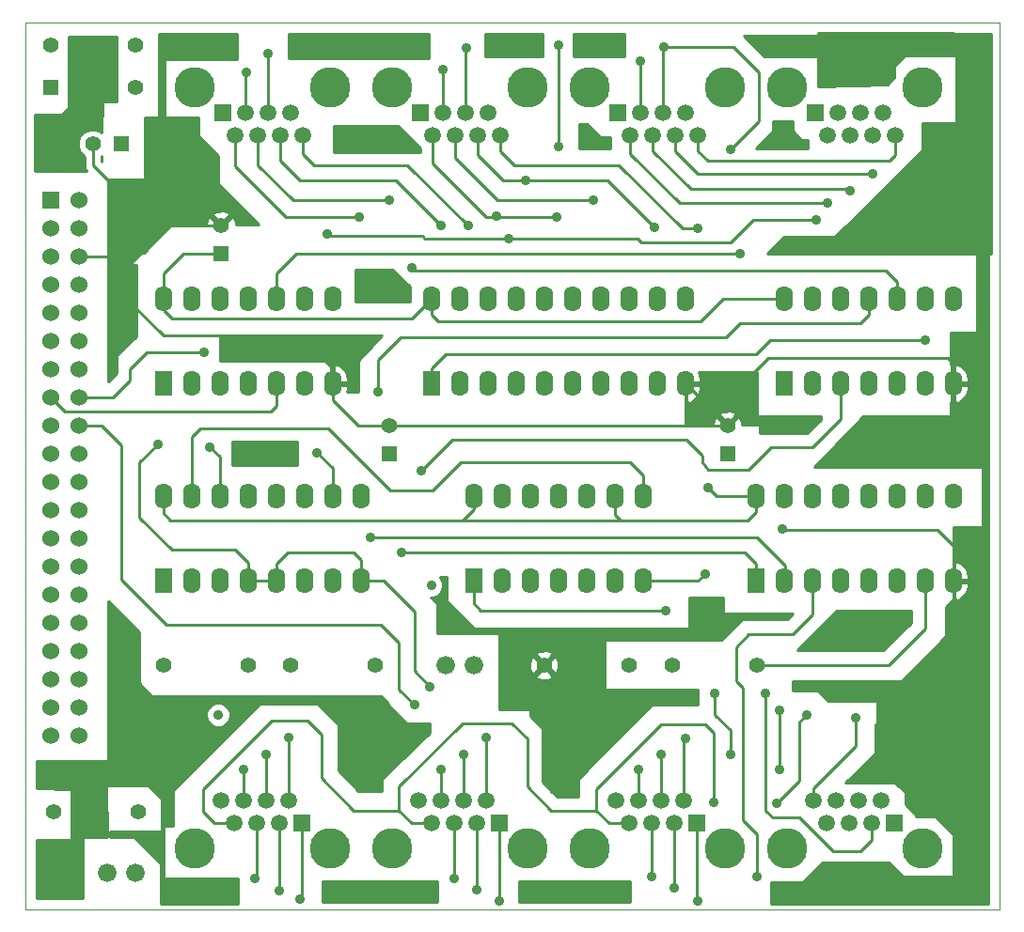
<source format=gtl>
G04 (created by PCBNEW (22-Jun-2014 BZR 4027)-stable) date Cts 25 Nis 2020 13:27:14 +03*
%MOIN*%
G04 Gerber Fmt 3.4, Leading zero omitted, Abs format*
%FSLAX34Y34*%
G01*
G70*
G90*
G04 APERTURE LIST*
%ADD10C,0.00590551*%
%ADD11C,0.00393701*%
%ADD12C,0.055*%
%ADD13R,0.06X0.06*%
%ADD14C,0.06*%
%ADD15R,0.062X0.09*%
%ADD16O,0.062X0.09*%
%ADD17R,0.055X0.055*%
%ADD18C,0.066*%
%ADD19C,0.1437*%
%ADD20R,0.0591X0.0591*%
%ADD21C,0.0591*%
%ADD22C,0.035*%
%ADD23C,0.01*%
G04 APERTURE END LIST*
G54D10*
G54D11*
X7600Y-5200D02*
X7700Y-5200D01*
X7600Y-36650D02*
X7600Y-5200D01*
X42150Y-36650D02*
X7600Y-36650D01*
X42150Y-5200D02*
X42150Y-36650D01*
X7650Y-5200D02*
X42150Y-5200D01*
G54D12*
X8500Y-6000D03*
X11500Y-6000D03*
X29000Y-28000D03*
X26000Y-28000D03*
X33550Y-28000D03*
X30550Y-28000D03*
X17000Y-28000D03*
X20000Y-28000D03*
X8600Y-33200D03*
X11600Y-33200D03*
X15500Y-28000D03*
X12500Y-28000D03*
G54D13*
X8500Y-11500D03*
G54D14*
X9500Y-11500D03*
X8500Y-16500D03*
X9500Y-12500D03*
X8500Y-17500D03*
X9500Y-13500D03*
X8500Y-18500D03*
X9500Y-14500D03*
X8500Y-19500D03*
X9500Y-15500D03*
X8500Y-20500D03*
X9500Y-16500D03*
X8500Y-21500D03*
X9500Y-17500D03*
X8500Y-22500D03*
X9500Y-18500D03*
X8500Y-23500D03*
X9500Y-19500D03*
X8500Y-24500D03*
X9500Y-20500D03*
X8500Y-25500D03*
X9500Y-21500D03*
X8500Y-26500D03*
X9500Y-22500D03*
X9500Y-23500D03*
X8500Y-27500D03*
X9500Y-24500D03*
X9500Y-26500D03*
X9500Y-27500D03*
X9500Y-28500D03*
X9500Y-29500D03*
X8500Y-28500D03*
X8500Y-29500D03*
X8500Y-12500D03*
X8500Y-13500D03*
X8500Y-14500D03*
X8500Y-15500D03*
X8500Y-30500D03*
X9500Y-30500D03*
X9500Y-25500D03*
G54D15*
X22000Y-18000D03*
G54D16*
X23000Y-18000D03*
X24000Y-18000D03*
X25000Y-18000D03*
X26000Y-18000D03*
X27000Y-18000D03*
X28000Y-18000D03*
X29000Y-18000D03*
X30000Y-18000D03*
X31000Y-18000D03*
X31000Y-15000D03*
X30000Y-15000D03*
X29000Y-15000D03*
X28000Y-15000D03*
X27000Y-15000D03*
X26000Y-15000D03*
X25000Y-15000D03*
X24000Y-15000D03*
X23000Y-15000D03*
X22000Y-15000D03*
G54D15*
X33500Y-25000D03*
G54D16*
X34500Y-25000D03*
X35500Y-25000D03*
X36500Y-25000D03*
X37500Y-25000D03*
X38500Y-25000D03*
X39500Y-25000D03*
X40500Y-25000D03*
X40500Y-22000D03*
X39500Y-22000D03*
X38500Y-22000D03*
X37500Y-22000D03*
X36500Y-22000D03*
X35500Y-22000D03*
X34500Y-22000D03*
X33500Y-22000D03*
G54D15*
X12500Y-25000D03*
G54D16*
X13500Y-25000D03*
X14500Y-25000D03*
X15500Y-25000D03*
X16500Y-25000D03*
X17500Y-25000D03*
X18500Y-25000D03*
X19500Y-25000D03*
X19500Y-22000D03*
X18500Y-22000D03*
X17500Y-22000D03*
X16500Y-22000D03*
X15500Y-22000D03*
X14500Y-22000D03*
X13500Y-22000D03*
X12500Y-22000D03*
G54D15*
X34500Y-18000D03*
G54D16*
X35500Y-18000D03*
X36500Y-18000D03*
X37500Y-18000D03*
X38500Y-18000D03*
X39500Y-18000D03*
X40500Y-18000D03*
X40500Y-15000D03*
X39500Y-15000D03*
X38500Y-15000D03*
X37500Y-15000D03*
X36500Y-15000D03*
X35500Y-15000D03*
X34500Y-15000D03*
G54D15*
X23500Y-25000D03*
G54D16*
X24500Y-25000D03*
X25500Y-25000D03*
X26500Y-25000D03*
X27500Y-25000D03*
X28500Y-25000D03*
X29500Y-25000D03*
X29500Y-22000D03*
X28500Y-22000D03*
X27500Y-22000D03*
X26500Y-22000D03*
X25500Y-22000D03*
X24500Y-22000D03*
X23500Y-22000D03*
G54D15*
X12500Y-18000D03*
G54D16*
X13500Y-18000D03*
X14500Y-18000D03*
X15500Y-18000D03*
X16500Y-18000D03*
X17500Y-18000D03*
X18500Y-18000D03*
X18500Y-15000D03*
X17500Y-15000D03*
X16500Y-15000D03*
X15500Y-15000D03*
X14500Y-15000D03*
X13500Y-15000D03*
X12500Y-15000D03*
G54D17*
X8500Y-7500D03*
G54D12*
X11500Y-7500D03*
G54D18*
X11500Y-35350D03*
X10500Y-35350D03*
X22500Y-28000D03*
X23500Y-28000D03*
G54D17*
X11000Y-9500D03*
G54D12*
X10000Y-9500D03*
G54D17*
X20500Y-20500D03*
G54D12*
X20500Y-19500D03*
G54D17*
X32500Y-20500D03*
G54D12*
X32500Y-19500D03*
G54D19*
X34600Y-7500D03*
X39400Y-7500D03*
G54D20*
X35600Y-8400D03*
G54D21*
X36050Y-9200D03*
X36400Y-8400D03*
X36850Y-9200D03*
X37200Y-8400D03*
X37650Y-9200D03*
X38000Y-8400D03*
X38450Y-9200D03*
G54D19*
X27600Y-7500D03*
X32400Y-7500D03*
G54D20*
X28600Y-8400D03*
G54D21*
X29050Y-9200D03*
X29400Y-8400D03*
X29850Y-9200D03*
X30200Y-8400D03*
X30650Y-9200D03*
X31000Y-8400D03*
X31450Y-9200D03*
G54D19*
X20600Y-7500D03*
X25400Y-7500D03*
G54D20*
X21600Y-8400D03*
G54D21*
X22050Y-9200D03*
X22400Y-8400D03*
X22850Y-9200D03*
X23200Y-8400D03*
X23650Y-9200D03*
X24000Y-8400D03*
X24450Y-9200D03*
G54D19*
X13600Y-7500D03*
X18400Y-7500D03*
G54D20*
X14600Y-8400D03*
G54D21*
X15050Y-9200D03*
X15400Y-8400D03*
X15850Y-9200D03*
X16200Y-8400D03*
X16650Y-9200D03*
X17000Y-8400D03*
X17450Y-9200D03*
G54D19*
X39400Y-34500D03*
X34600Y-34500D03*
G54D20*
X38400Y-33600D03*
G54D21*
X37950Y-32800D03*
X37600Y-33600D03*
X37150Y-32800D03*
X36800Y-33600D03*
X36350Y-32800D03*
X36000Y-33600D03*
X35550Y-32800D03*
G54D19*
X32400Y-34500D03*
X27600Y-34500D03*
G54D20*
X31400Y-33600D03*
G54D21*
X30950Y-32800D03*
X30600Y-33600D03*
X30150Y-32800D03*
X29800Y-33600D03*
X29350Y-32800D03*
X29000Y-33600D03*
X28550Y-32800D03*
G54D19*
X25400Y-34500D03*
X20600Y-34500D03*
G54D20*
X24400Y-33600D03*
G54D21*
X23950Y-32800D03*
X23600Y-33600D03*
X23150Y-32800D03*
X22800Y-33600D03*
X22350Y-32800D03*
X22000Y-33600D03*
X21550Y-32800D03*
G54D19*
X18400Y-34500D03*
X13600Y-34500D03*
G54D20*
X17400Y-33600D03*
G54D21*
X16950Y-32800D03*
X16600Y-33600D03*
X16150Y-32800D03*
X15800Y-33600D03*
X15350Y-32800D03*
X15000Y-33600D03*
X14550Y-32800D03*
G54D17*
X14550Y-13400D03*
G54D12*
X14550Y-12400D03*
G54D22*
X22000Y-25150D03*
X24300Y-12050D03*
X19450Y-12100D03*
X26450Y-12100D03*
X36050Y-11600D03*
X26500Y-6000D03*
X26500Y-9600D03*
X15450Y-6950D03*
X22400Y-6850D03*
X29400Y-6550D03*
X20500Y-11500D03*
X27750Y-11500D03*
X36850Y-11150D03*
X32600Y-9700D03*
X16200Y-6300D03*
X23250Y-6100D03*
X30250Y-6050D03*
X25350Y-10800D03*
X29900Y-12450D03*
X22350Y-12400D03*
X37650Y-10550D03*
X35650Y-12200D03*
X24750Y-12850D03*
X18300Y-12700D03*
X23300Y-12400D03*
X31450Y-12500D03*
X17350Y-36300D03*
X24400Y-36350D03*
X31450Y-36350D03*
X16950Y-30550D03*
X23950Y-30550D03*
X31000Y-30600D03*
X16600Y-36000D03*
X23600Y-35950D03*
X33850Y-29000D03*
X30600Y-35900D03*
X16150Y-31150D03*
X23150Y-31150D03*
X32600Y-31150D03*
X32050Y-29000D03*
X30150Y-31150D03*
X15750Y-35550D03*
X22800Y-35550D03*
X33550Y-35500D03*
X29800Y-35500D03*
X15350Y-31700D03*
X22350Y-31700D03*
X34350Y-31700D03*
X34350Y-29600D03*
X29350Y-31700D03*
X34250Y-32900D03*
X35300Y-29750D03*
X32000Y-32850D03*
X37050Y-29850D03*
X14450Y-29750D03*
X34450Y-23150D03*
X31700Y-24750D03*
X10750Y-14550D03*
X12300Y-20150D03*
X21950Y-28750D03*
X21400Y-29400D03*
X20950Y-24000D03*
X19850Y-23450D03*
X17950Y-20450D03*
X20100Y-18300D03*
X21650Y-21100D03*
X14150Y-20250D03*
X13950Y-16900D03*
X39500Y-16450D03*
X32950Y-13400D03*
X30300Y-26050D03*
X21300Y-13900D03*
X31800Y-21700D03*
G54D23*
X24300Y-12050D02*
X24300Y-12100D01*
X15050Y-9200D02*
X15050Y-10300D01*
X16850Y-12100D02*
X19450Y-12100D01*
X15050Y-10300D02*
X16850Y-12100D01*
X22050Y-9200D02*
X22050Y-10200D01*
X23950Y-12100D02*
X24300Y-12100D01*
X24300Y-12100D02*
X26450Y-12100D01*
X22050Y-10200D02*
X23950Y-12100D01*
X29050Y-9200D02*
X29050Y-9850D01*
X30800Y-11600D02*
X36050Y-11600D01*
X29050Y-9850D02*
X30800Y-11600D01*
X26500Y-9600D02*
X26500Y-6000D01*
X15400Y-7000D02*
X15400Y-8400D01*
X15450Y-6950D02*
X15400Y-7000D01*
X22400Y-6850D02*
X22400Y-8400D01*
X29400Y-6550D02*
X29400Y-8400D01*
X15850Y-9200D02*
X15850Y-10250D01*
X17100Y-11500D02*
X20500Y-11500D01*
X15850Y-10250D02*
X17100Y-11500D01*
X22850Y-9200D02*
X22850Y-10000D01*
X24350Y-11500D02*
X27750Y-11500D01*
X22850Y-10000D02*
X24350Y-11500D01*
X29850Y-9200D02*
X29850Y-9750D01*
X36850Y-11100D02*
X36850Y-11150D01*
X31200Y-11100D02*
X36850Y-11100D01*
X29850Y-9750D02*
X31200Y-11100D01*
X32700Y-6050D02*
X30250Y-6050D01*
X33600Y-6950D02*
X32700Y-6050D01*
X33600Y-8700D02*
X33600Y-6950D01*
X32600Y-9700D02*
X33600Y-8700D01*
X16200Y-6300D02*
X16200Y-8400D01*
X23200Y-6150D02*
X23200Y-8400D01*
X23250Y-6100D02*
X23200Y-6150D01*
X30200Y-6100D02*
X30200Y-8400D01*
X30250Y-6050D02*
X30200Y-6100D01*
X25350Y-10800D02*
X25600Y-10800D01*
X25350Y-10800D02*
X25300Y-10800D01*
X24550Y-10800D02*
X25300Y-10800D01*
X25300Y-10800D02*
X25600Y-10800D01*
X25600Y-10800D02*
X25750Y-10800D01*
X25750Y-10800D02*
X28250Y-10800D01*
X28250Y-10800D02*
X29900Y-12450D01*
X16650Y-9200D02*
X16650Y-10100D01*
X20750Y-10800D02*
X22350Y-12400D01*
X17350Y-10800D02*
X20750Y-10800D01*
X16650Y-10100D02*
X17350Y-10800D01*
X23650Y-9200D02*
X23650Y-9900D01*
X23650Y-9900D02*
X24550Y-10800D01*
X30650Y-9200D02*
X30650Y-9750D01*
X31450Y-10550D02*
X37650Y-10550D01*
X30650Y-9750D02*
X31450Y-10550D01*
X24750Y-12850D02*
X29300Y-12850D01*
X33400Y-12200D02*
X35650Y-12200D01*
X32600Y-13000D02*
X33400Y-12200D01*
X29450Y-13000D02*
X32600Y-13000D01*
X29300Y-12850D02*
X29450Y-13000D01*
X21750Y-12850D02*
X24750Y-12850D01*
X21700Y-12750D02*
X21750Y-12850D01*
X18350Y-12750D02*
X21700Y-12750D01*
X18300Y-12700D02*
X18350Y-12750D01*
X17450Y-9200D02*
X17450Y-9850D01*
X21150Y-10250D02*
X23300Y-12400D01*
X17850Y-10250D02*
X21150Y-10250D01*
X17450Y-9850D02*
X17850Y-10250D01*
X24450Y-9200D02*
X24450Y-9750D01*
X24450Y-9750D02*
X24950Y-10250D01*
X24950Y-10250D02*
X28650Y-10250D01*
X28650Y-10250D02*
X30900Y-12500D01*
X30900Y-12500D02*
X31450Y-12500D01*
X31450Y-9200D02*
X31450Y-9750D01*
X38450Y-9900D02*
X38450Y-9200D01*
X38250Y-10100D02*
X38450Y-9900D01*
X31800Y-10100D02*
X38250Y-10100D01*
X31450Y-9750D02*
X31800Y-10100D01*
X17400Y-36250D02*
X17400Y-33600D01*
X17350Y-36300D02*
X17400Y-36250D01*
X24400Y-36350D02*
X24400Y-33600D01*
X31400Y-36300D02*
X31400Y-33600D01*
X31450Y-36350D02*
X31400Y-36300D01*
X16950Y-30550D02*
X16950Y-32800D01*
X23950Y-30550D02*
X23950Y-32800D01*
X30950Y-32800D02*
X30950Y-30650D01*
X30950Y-30650D02*
X31000Y-30600D01*
X16600Y-36000D02*
X16600Y-33600D01*
X23600Y-35950D02*
X23600Y-33600D01*
X33850Y-29000D02*
X33850Y-33150D01*
X33850Y-33150D02*
X34100Y-33400D01*
X34100Y-33400D02*
X35050Y-33400D01*
X35050Y-33400D02*
X36250Y-34600D01*
X36250Y-34600D02*
X37200Y-34600D01*
X37200Y-34600D02*
X37600Y-34200D01*
X37600Y-34200D02*
X37600Y-33600D01*
X30600Y-35900D02*
X30600Y-33600D01*
X16150Y-31150D02*
X16150Y-32800D01*
X23150Y-31150D02*
X23150Y-32800D01*
X32050Y-29000D02*
X32050Y-29750D01*
X32050Y-29750D02*
X32600Y-30300D01*
X32600Y-30300D02*
X32600Y-31150D01*
X30150Y-32800D02*
X30150Y-31150D01*
X15800Y-35500D02*
X15800Y-33600D01*
X15750Y-35550D02*
X15800Y-35500D01*
X22800Y-35550D02*
X22800Y-33600D01*
X33050Y-29350D02*
X33050Y-28800D01*
X33550Y-34000D02*
X33550Y-35500D01*
X33050Y-33500D02*
X33550Y-34000D01*
X33050Y-29350D02*
X33050Y-33500D01*
X35500Y-26200D02*
X35500Y-25000D01*
X34800Y-26900D02*
X35500Y-26200D01*
X33250Y-26900D02*
X34800Y-26900D01*
X32800Y-27350D02*
X33250Y-26900D01*
X32800Y-28550D02*
X32800Y-27350D01*
X33050Y-28800D02*
X32800Y-28550D01*
X29800Y-35500D02*
X29800Y-33600D01*
X15350Y-31700D02*
X15350Y-32800D01*
X22350Y-31700D02*
X22350Y-32800D01*
X34350Y-29600D02*
X34350Y-31700D01*
X29350Y-32800D02*
X29350Y-31700D01*
X20850Y-33150D02*
X19250Y-33150D01*
X14300Y-33600D02*
X15000Y-33600D01*
X13900Y-33200D02*
X14300Y-33600D01*
X13900Y-32400D02*
X13900Y-33200D01*
X16350Y-29950D02*
X13900Y-32400D01*
X17600Y-29950D02*
X16350Y-29950D01*
X18100Y-30450D02*
X17600Y-29950D01*
X18100Y-32000D02*
X18100Y-30450D01*
X19250Y-33150D02*
X18100Y-32000D01*
X27850Y-33150D02*
X26250Y-33150D01*
X21300Y-33600D02*
X22000Y-33600D01*
X20850Y-33150D02*
X21300Y-33600D01*
X20850Y-32300D02*
X20850Y-33150D01*
X23100Y-30050D02*
X20850Y-32300D01*
X24850Y-30050D02*
X23100Y-30050D01*
X25400Y-30600D02*
X24850Y-30050D01*
X25400Y-32300D02*
X25400Y-30600D01*
X26250Y-33150D02*
X25400Y-32300D01*
X35050Y-32100D02*
X34250Y-32900D01*
X35050Y-30000D02*
X35050Y-32100D01*
X35300Y-29750D02*
X35050Y-30000D01*
X28300Y-33600D02*
X29000Y-33600D01*
X27850Y-33150D02*
X28300Y-33600D01*
X27850Y-32400D02*
X27850Y-33150D01*
X30150Y-30100D02*
X27850Y-32400D01*
X31700Y-30100D02*
X30150Y-30100D01*
X32000Y-30400D02*
X31700Y-30100D01*
X32000Y-31300D02*
X32000Y-30400D01*
X32000Y-32850D02*
X32000Y-31300D01*
X35550Y-32350D02*
X35550Y-32800D01*
X36900Y-31000D02*
X35550Y-32350D01*
X37050Y-30850D02*
X36900Y-31000D01*
X37050Y-29850D02*
X37050Y-30850D01*
X29500Y-25000D02*
X31450Y-25000D01*
X40500Y-23750D02*
X40500Y-25000D01*
X39950Y-23200D02*
X40500Y-23750D01*
X34500Y-23200D02*
X39950Y-23200D01*
X34450Y-23150D02*
X34500Y-23200D01*
X31450Y-25000D02*
X31700Y-24750D01*
X10750Y-13350D02*
X11800Y-13350D01*
X12750Y-12400D02*
X14550Y-12400D01*
X11800Y-13350D02*
X12750Y-12400D01*
X15500Y-25000D02*
X15500Y-24350D01*
X11650Y-20800D02*
X12300Y-20150D01*
X11650Y-22750D02*
X11650Y-20800D01*
X12800Y-23900D02*
X11650Y-22750D01*
X15050Y-23900D02*
X12800Y-23900D01*
X15500Y-24350D02*
X15050Y-23900D01*
X18500Y-18000D02*
X18500Y-18600D01*
X19400Y-19500D02*
X20500Y-19500D01*
X18500Y-18600D02*
X19400Y-19500D01*
X20500Y-19500D02*
X32500Y-19500D01*
X31000Y-18000D02*
X32500Y-19500D01*
X40500Y-18000D02*
X40500Y-17300D01*
X33050Y-18000D02*
X31000Y-18000D01*
X33950Y-17100D02*
X33050Y-18000D01*
X40300Y-17100D02*
X33950Y-17100D01*
X40500Y-17300D02*
X40300Y-17100D01*
X19500Y-25000D02*
X19500Y-24250D01*
X16500Y-24400D02*
X16500Y-25000D01*
X16900Y-24000D02*
X16500Y-24400D01*
X19250Y-24000D02*
X16900Y-24000D01*
X19500Y-24250D02*
X19250Y-24000D01*
X16500Y-25000D02*
X15500Y-25000D01*
X20300Y-25000D02*
X19500Y-25000D01*
X21400Y-26100D02*
X20300Y-25000D01*
X21400Y-28200D02*
X21400Y-26100D01*
X21950Y-28750D02*
X21400Y-28200D01*
X18500Y-18000D02*
X18500Y-17450D01*
X18500Y-17450D02*
X18150Y-17100D01*
X18150Y-17100D02*
X17350Y-16300D01*
X17350Y-16300D02*
X12500Y-16300D01*
X12500Y-16300D02*
X10750Y-14550D01*
X10750Y-14550D02*
X10750Y-13350D01*
X10750Y-13350D02*
X10750Y-13300D01*
X9500Y-13500D02*
X10550Y-13500D01*
X10000Y-10250D02*
X10000Y-9500D01*
X10750Y-11000D02*
X10000Y-10250D01*
X10750Y-13300D02*
X10750Y-11000D01*
X10550Y-13500D02*
X10750Y-13300D01*
X10300Y-19500D02*
X9500Y-19500D01*
X11000Y-20200D02*
X10300Y-19500D01*
X11000Y-24950D02*
X11000Y-20200D01*
X12600Y-26550D02*
X11000Y-24950D01*
X20200Y-26550D02*
X12600Y-26550D01*
X20850Y-27200D02*
X20200Y-26550D01*
X20850Y-28850D02*
X20850Y-27200D01*
X21400Y-29400D02*
X20850Y-28850D01*
X33500Y-25000D02*
X33500Y-24400D01*
X33100Y-24000D02*
X20950Y-24000D01*
X33500Y-24400D02*
X33100Y-24000D01*
X34500Y-25000D02*
X34545Y-24449D01*
X33550Y-23450D02*
X19850Y-23450D01*
X34545Y-24449D02*
X33550Y-23450D01*
X39500Y-25000D02*
X39500Y-26700D01*
X38200Y-28000D02*
X33550Y-28000D01*
X39500Y-26700D02*
X38200Y-28000D01*
X22050Y-16350D02*
X20900Y-16350D01*
X18500Y-21000D02*
X18500Y-22000D01*
X17950Y-20450D02*
X18500Y-21000D01*
X20100Y-17150D02*
X20100Y-18300D01*
X20900Y-16350D02*
X20100Y-17150D01*
X37500Y-15000D02*
X37500Y-15550D01*
X32450Y-16350D02*
X22050Y-16350D01*
X22050Y-16350D02*
X22000Y-16350D01*
X32950Y-15850D02*
X32450Y-16350D01*
X37200Y-15850D02*
X32950Y-15850D01*
X37500Y-15550D02*
X37200Y-15850D01*
X21650Y-21100D02*
X22750Y-20000D01*
X22750Y-20000D02*
X31050Y-20000D01*
X31050Y-20000D02*
X31600Y-20550D01*
X31600Y-20550D02*
X31600Y-20800D01*
X31800Y-21050D02*
X31600Y-20800D01*
X31800Y-21050D02*
X33250Y-21050D01*
X36500Y-19250D02*
X36500Y-18000D01*
X35500Y-20250D02*
X36500Y-19250D01*
X34050Y-20250D02*
X35500Y-20250D01*
X33250Y-21050D02*
X34050Y-20250D01*
X31800Y-21050D02*
X31800Y-21050D01*
X14500Y-20600D02*
X14500Y-22000D01*
X14150Y-20250D02*
X14500Y-20600D01*
X13500Y-22000D02*
X13500Y-20350D01*
X29500Y-21250D02*
X29500Y-22000D01*
X29050Y-20800D02*
X29500Y-21250D01*
X23050Y-20800D02*
X29050Y-20800D01*
X22050Y-21800D02*
X23050Y-20800D01*
X20550Y-21800D02*
X22050Y-21800D01*
X18350Y-19600D02*
X20550Y-21800D01*
X13500Y-19900D02*
X13800Y-19600D01*
X13800Y-19600D02*
X18350Y-19600D01*
X13500Y-20350D02*
X13500Y-19900D01*
X8500Y-18500D02*
X9000Y-19000D01*
X16500Y-18800D02*
X16500Y-18000D01*
X16300Y-19000D02*
X16500Y-18800D01*
X9000Y-19000D02*
X16300Y-19000D01*
X9500Y-18500D02*
X10700Y-18500D01*
X11900Y-16900D02*
X13950Y-16900D01*
X11300Y-17500D02*
X11900Y-16900D01*
X11300Y-17900D02*
X11300Y-17500D01*
X10700Y-18500D02*
X11300Y-17900D01*
X22000Y-18000D02*
X22000Y-17450D01*
X34000Y-16450D02*
X39500Y-16450D01*
X33500Y-16950D02*
X34000Y-16450D01*
X22500Y-16950D02*
X33500Y-16950D01*
X22000Y-17450D02*
X22500Y-16950D01*
X16500Y-14100D02*
X17200Y-13400D01*
X17200Y-13400D02*
X30450Y-13400D01*
X30450Y-13400D02*
X32000Y-13400D01*
X32000Y-13400D02*
X32950Y-13400D01*
X16500Y-15000D02*
X16500Y-14100D01*
X23500Y-25800D02*
X23500Y-25000D01*
X23750Y-26050D02*
X23500Y-25800D01*
X30300Y-26050D02*
X23750Y-26050D01*
X30500Y-14000D02*
X38100Y-14000D01*
X21300Y-13900D02*
X21400Y-14000D01*
X21400Y-14000D02*
X30500Y-14000D01*
X38500Y-14400D02*
X38500Y-15000D01*
X38100Y-14000D02*
X38500Y-14400D01*
X12500Y-15000D02*
X12500Y-14100D01*
X13200Y-13400D02*
X14550Y-13400D01*
X12500Y-14100D02*
X13200Y-13400D01*
X33500Y-22000D02*
X32100Y-22000D01*
X32100Y-22000D02*
X31800Y-21700D01*
X28500Y-22000D02*
X28500Y-22650D01*
X28700Y-22850D02*
X28750Y-22850D01*
X28500Y-22650D02*
X28700Y-22850D01*
X23100Y-22850D02*
X28750Y-22850D01*
X28750Y-22850D02*
X33200Y-22850D01*
X33500Y-22550D02*
X33500Y-22000D01*
X33200Y-22850D02*
X33500Y-22550D01*
X12500Y-22000D02*
X12500Y-22600D01*
X23500Y-22450D02*
X23500Y-22000D01*
X23100Y-22850D02*
X23500Y-22450D01*
X23100Y-22850D02*
X23100Y-22850D01*
X12750Y-22850D02*
X23100Y-22850D01*
X12500Y-22600D02*
X12750Y-22850D01*
X22000Y-15000D02*
X22000Y-15550D01*
X22000Y-15550D02*
X22250Y-15800D01*
X22250Y-15800D02*
X31550Y-15800D01*
X31550Y-15800D02*
X32350Y-15000D01*
X32350Y-15000D02*
X34500Y-15000D01*
X12500Y-15000D02*
X12500Y-15400D01*
X12500Y-15400D02*
X12800Y-15700D01*
X20550Y-15700D02*
X21300Y-15700D01*
X12800Y-15700D02*
X20550Y-15700D01*
X21300Y-15700D02*
X22000Y-15000D01*
G54D10*
G36*
X10312Y-9929D02*
X10308Y-10134D01*
X10300Y-10125D01*
X10300Y-9942D01*
X10312Y-9929D01*
X10312Y-9929D01*
G37*
G54D23*
X10312Y-9929D02*
X10308Y-10134D01*
X10300Y-10125D01*
X10300Y-9942D01*
X10312Y-9929D01*
G54D10*
G36*
X10850Y-8000D02*
X10350Y-8000D01*
X10329Y-9086D01*
X10297Y-9055D01*
X10104Y-8975D01*
X9896Y-8974D01*
X9703Y-9054D01*
X9555Y-9202D01*
X9475Y-9395D01*
X9474Y-9603D01*
X9554Y-9797D01*
X9700Y-9942D01*
X9700Y-10250D01*
X9722Y-10364D01*
X9779Y-10450D01*
X7950Y-10450D01*
X7950Y-8450D01*
X8920Y-8450D01*
X9150Y-8220D01*
X9150Y-5700D01*
X10850Y-5700D01*
X10850Y-8000D01*
X10850Y-8000D01*
G37*
G54D23*
X10850Y-8000D02*
X10350Y-8000D01*
X10329Y-9086D01*
X10297Y-9055D01*
X10104Y-8975D01*
X9896Y-8974D01*
X9703Y-9054D01*
X9555Y-9202D01*
X9475Y-9395D01*
X9474Y-9603D01*
X9554Y-9797D01*
X9700Y-9942D01*
X9700Y-10250D01*
X9722Y-10364D01*
X9779Y-10450D01*
X7950Y-10450D01*
X7950Y-8450D01*
X8920Y-8450D01*
X9150Y-8220D01*
X9150Y-5700D01*
X10850Y-5700D01*
X10850Y-8000D01*
G54D10*
G36*
X15879Y-12350D02*
X15073Y-12350D01*
X15068Y-12267D01*
X15010Y-12127D01*
X14917Y-12102D01*
X14847Y-12173D01*
X14847Y-12032D01*
X14822Y-11939D01*
X14625Y-11870D01*
X14417Y-11881D01*
X14277Y-11939D01*
X14252Y-12032D01*
X14550Y-12329D01*
X14847Y-12032D01*
X14847Y-12173D01*
X14670Y-12350D01*
X14429Y-12350D01*
X14182Y-12102D01*
X14089Y-12127D01*
X14020Y-12324D01*
X14021Y-12350D01*
X12729Y-12350D01*
X11764Y-13314D01*
X11279Y-13800D01*
X11550Y-13800D01*
X11550Y-16328D01*
X10850Y-16978D01*
X10850Y-17629D01*
X10550Y-17929D01*
X10550Y-13750D01*
X10550Y-10750D01*
X11850Y-10750D01*
X11850Y-8550D01*
X12350Y-8550D01*
X12350Y-6550D01*
X12350Y-5600D01*
X15100Y-5600D01*
X15100Y-6500D01*
X12550Y-6500D01*
X12550Y-8550D01*
X13750Y-8550D01*
X13750Y-9220D01*
X14450Y-9920D01*
X14450Y-10920D01*
X15879Y-12350D01*
X15879Y-12350D01*
G37*
G54D23*
X15879Y-12350D02*
X15073Y-12350D01*
X15068Y-12267D01*
X15010Y-12127D01*
X14917Y-12102D01*
X14847Y-12173D01*
X14847Y-12032D01*
X14822Y-11939D01*
X14625Y-11870D01*
X14417Y-11881D01*
X14277Y-11939D01*
X14252Y-12032D01*
X14550Y-12329D01*
X14847Y-12032D01*
X14847Y-12173D01*
X14670Y-12350D01*
X14429Y-12350D01*
X14182Y-12102D01*
X14089Y-12127D01*
X14020Y-12324D01*
X14021Y-12350D01*
X12729Y-12350D01*
X11764Y-13314D01*
X11279Y-13800D01*
X11550Y-13800D01*
X11550Y-16328D01*
X10850Y-16978D01*
X10850Y-17629D01*
X10550Y-17929D01*
X10550Y-13750D01*
X10550Y-10750D01*
X11850Y-10750D01*
X11850Y-8550D01*
X12350Y-8550D01*
X12350Y-6550D01*
X12350Y-5600D01*
X15100Y-5600D01*
X15100Y-6500D01*
X12550Y-6500D01*
X12550Y-8550D01*
X13750Y-8550D01*
X13750Y-9220D01*
X14450Y-9920D01*
X14450Y-10920D01*
X15879Y-12350D01*
G54D10*
G36*
X41850Y-13400D02*
X41750Y-13400D01*
X41750Y-19100D01*
X41750Y-21000D01*
X41750Y-30050D01*
X41750Y-36450D01*
X41060Y-36450D01*
X41060Y-25190D01*
X41060Y-25050D01*
X41060Y-24950D01*
X41060Y-24810D01*
X40998Y-24599D01*
X40860Y-24428D01*
X40668Y-24323D01*
X40636Y-24316D01*
X40550Y-24365D01*
X40550Y-24950D01*
X41060Y-24950D01*
X41060Y-25050D01*
X40550Y-25050D01*
X40550Y-25634D01*
X40636Y-25683D01*
X40668Y-25676D01*
X40860Y-25571D01*
X40998Y-25400D01*
X41060Y-25190D01*
X41060Y-36450D01*
X40450Y-36450D01*
X34050Y-36450D01*
X34050Y-35700D01*
X35170Y-35700D01*
X35870Y-35000D01*
X38229Y-35000D01*
X38729Y-35500D01*
X40500Y-35500D01*
X40500Y-33979D01*
X39870Y-33350D01*
X39220Y-33350D01*
X38800Y-32929D01*
X38800Y-32475D01*
X38533Y-32262D01*
X38420Y-32150D01*
X36674Y-32150D01*
X37750Y-31121D01*
X37750Y-30100D01*
X37800Y-30100D01*
X37800Y-29250D01*
X36070Y-29250D01*
X35720Y-28900D01*
X34800Y-28900D01*
X34800Y-28550D01*
X38670Y-28550D01*
X40250Y-26970D01*
X40250Y-25920D01*
X40500Y-25670D01*
X40500Y-23100D01*
X41550Y-23100D01*
X41550Y-20950D01*
X41060Y-20950D01*
X41060Y-18190D01*
X41060Y-18050D01*
X41060Y-17950D01*
X41060Y-17810D01*
X40998Y-17599D01*
X40860Y-17428D01*
X40668Y-17323D01*
X40636Y-17316D01*
X40550Y-17365D01*
X40550Y-17950D01*
X41060Y-17950D01*
X41060Y-18050D01*
X40550Y-18050D01*
X40550Y-18634D01*
X40636Y-18683D01*
X40668Y-18676D01*
X40860Y-18571D01*
X40998Y-18400D01*
X41060Y-18190D01*
X41060Y-20950D01*
X35568Y-20950D01*
X37321Y-19150D01*
X40400Y-19150D01*
X40400Y-18662D01*
X40450Y-18634D01*
X40450Y-18050D01*
X40442Y-18050D01*
X40442Y-17950D01*
X40450Y-17950D01*
X40450Y-17365D01*
X40400Y-17337D01*
X40400Y-16200D01*
X41350Y-16200D01*
X41350Y-13400D01*
X33920Y-13400D01*
X34520Y-12800D01*
X36320Y-12800D01*
X39400Y-9720D01*
X39400Y-8750D01*
X40600Y-8750D01*
X40600Y-6350D01*
X38779Y-6350D01*
X38400Y-6729D01*
X38400Y-7131D01*
X38176Y-7400D01*
X35700Y-7449D01*
X35700Y-6400D01*
X33820Y-6400D01*
X33070Y-5650D01*
X35700Y-5650D01*
X35700Y-5550D01*
X40500Y-5550D01*
X40500Y-5600D01*
X41850Y-5600D01*
X41850Y-13400D01*
X41850Y-13400D01*
G37*
G54D23*
X41850Y-13400D02*
X41750Y-13400D01*
X41750Y-19100D01*
X41750Y-21000D01*
X41750Y-30050D01*
X41750Y-36450D01*
X41060Y-36450D01*
X41060Y-25190D01*
X41060Y-25050D01*
X41060Y-24950D01*
X41060Y-24810D01*
X40998Y-24599D01*
X40860Y-24428D01*
X40668Y-24323D01*
X40636Y-24316D01*
X40550Y-24365D01*
X40550Y-24950D01*
X41060Y-24950D01*
X41060Y-25050D01*
X40550Y-25050D01*
X40550Y-25634D01*
X40636Y-25683D01*
X40668Y-25676D01*
X40860Y-25571D01*
X40998Y-25400D01*
X41060Y-25190D01*
X41060Y-36450D01*
X40450Y-36450D01*
X34050Y-36450D01*
X34050Y-35700D01*
X35170Y-35700D01*
X35870Y-35000D01*
X38229Y-35000D01*
X38729Y-35500D01*
X40500Y-35500D01*
X40500Y-33979D01*
X39870Y-33350D01*
X39220Y-33350D01*
X38800Y-32929D01*
X38800Y-32475D01*
X38533Y-32262D01*
X38420Y-32150D01*
X36674Y-32150D01*
X37750Y-31121D01*
X37750Y-30100D01*
X37800Y-30100D01*
X37800Y-29250D01*
X36070Y-29250D01*
X35720Y-28900D01*
X34800Y-28900D01*
X34800Y-28550D01*
X38670Y-28550D01*
X40250Y-26970D01*
X40250Y-25920D01*
X40500Y-25670D01*
X40500Y-23100D01*
X41550Y-23100D01*
X41550Y-20950D01*
X41060Y-20950D01*
X41060Y-18190D01*
X41060Y-18050D01*
X41060Y-17950D01*
X41060Y-17810D01*
X40998Y-17599D01*
X40860Y-17428D01*
X40668Y-17323D01*
X40636Y-17316D01*
X40550Y-17365D01*
X40550Y-17950D01*
X41060Y-17950D01*
X41060Y-18050D01*
X40550Y-18050D01*
X40550Y-18634D01*
X40636Y-18683D01*
X40668Y-18676D01*
X40860Y-18571D01*
X40998Y-18400D01*
X41060Y-18190D01*
X41060Y-20950D01*
X35568Y-20950D01*
X37321Y-19150D01*
X40400Y-19150D01*
X40400Y-18662D01*
X40450Y-18634D01*
X40450Y-18050D01*
X40442Y-18050D01*
X40442Y-17950D01*
X40450Y-17950D01*
X40450Y-17365D01*
X40400Y-17337D01*
X40400Y-16200D01*
X41350Y-16200D01*
X41350Y-13400D01*
X33920Y-13400D01*
X34520Y-12800D01*
X36320Y-12800D01*
X39400Y-9720D01*
X39400Y-8750D01*
X40600Y-8750D01*
X40600Y-6350D01*
X38779Y-6350D01*
X38400Y-6729D01*
X38400Y-7131D01*
X38176Y-7400D01*
X35700Y-7449D01*
X35700Y-6400D01*
X33820Y-6400D01*
X33070Y-5650D01*
X35700Y-5650D01*
X35700Y-5550D01*
X40500Y-5550D01*
X40500Y-5600D01*
X41850Y-5600D01*
X41850Y-13400D01*
G54D10*
G36*
X35800Y-19279D02*
X35329Y-19750D01*
X33650Y-19750D01*
X33650Y-19449D01*
X33023Y-19460D01*
X33018Y-19367D01*
X32960Y-19227D01*
X32867Y-19202D01*
X32797Y-19273D01*
X32797Y-19132D01*
X32772Y-19039D01*
X32575Y-18970D01*
X32367Y-18981D01*
X32227Y-19039D01*
X32202Y-19132D01*
X32500Y-19429D01*
X32797Y-19132D01*
X32797Y-19273D01*
X32601Y-19468D01*
X32401Y-19472D01*
X32132Y-19202D01*
X32039Y-19227D01*
X31970Y-19424D01*
X31973Y-19480D01*
X31560Y-19488D01*
X31560Y-18190D01*
X31560Y-18050D01*
X31050Y-18050D01*
X31050Y-18634D01*
X31136Y-18683D01*
X31168Y-18676D01*
X31360Y-18571D01*
X31498Y-18400D01*
X31560Y-18190D01*
X31560Y-19488D01*
X31000Y-19499D01*
X31000Y-17942D01*
X31050Y-17942D01*
X31050Y-17950D01*
X31560Y-17950D01*
X31560Y-17810D01*
X31498Y-17600D01*
X33550Y-17600D01*
X33550Y-19150D01*
X35800Y-19150D01*
X35800Y-19279D01*
X35800Y-19279D01*
G37*
G54D23*
X35800Y-19279D02*
X35329Y-19750D01*
X33650Y-19750D01*
X33650Y-19449D01*
X33023Y-19460D01*
X33018Y-19367D01*
X32960Y-19227D01*
X32867Y-19202D01*
X32797Y-19273D01*
X32797Y-19132D01*
X32772Y-19039D01*
X32575Y-18970D01*
X32367Y-18981D01*
X32227Y-19039D01*
X32202Y-19132D01*
X32500Y-19429D01*
X32797Y-19132D01*
X32797Y-19273D01*
X32601Y-19468D01*
X32401Y-19472D01*
X32132Y-19202D01*
X32039Y-19227D01*
X31970Y-19424D01*
X31973Y-19480D01*
X31560Y-19488D01*
X31560Y-18190D01*
X31560Y-18050D01*
X31050Y-18050D01*
X31050Y-18634D01*
X31136Y-18683D01*
X31168Y-18676D01*
X31360Y-18571D01*
X31498Y-18400D01*
X31560Y-18190D01*
X31560Y-19488D01*
X31000Y-19499D01*
X31000Y-17942D01*
X31050Y-17942D01*
X31050Y-17950D01*
X31560Y-17950D01*
X31560Y-17810D01*
X31498Y-17600D01*
X33550Y-17600D01*
X33550Y-19150D01*
X35800Y-19150D01*
X35800Y-19279D01*
G54D10*
G36*
X17250Y-20900D02*
X14950Y-20900D01*
X14950Y-20050D01*
X17250Y-20050D01*
X17250Y-20900D01*
X17250Y-20900D01*
G37*
G54D23*
X17250Y-20900D02*
X14950Y-20900D01*
X14950Y-20050D01*
X17250Y-20050D01*
X17250Y-20900D01*
G54D10*
G36*
X21950Y-30378D02*
X20250Y-32028D01*
X20250Y-32450D01*
X19420Y-32450D01*
X18700Y-31729D01*
X18700Y-30079D01*
X17970Y-29350D01*
X15929Y-29350D01*
X14875Y-30404D01*
X14875Y-29665D01*
X14810Y-29509D01*
X14691Y-29389D01*
X14534Y-29325D01*
X14365Y-29324D01*
X14209Y-29389D01*
X14089Y-29508D01*
X14025Y-29665D01*
X14024Y-29834D01*
X14089Y-29990D01*
X14208Y-30110D01*
X14365Y-30174D01*
X14534Y-30175D01*
X14690Y-30110D01*
X14810Y-29991D01*
X14874Y-29834D01*
X14875Y-29665D01*
X14875Y-30404D01*
X12850Y-32429D01*
X12850Y-33700D01*
X12500Y-33700D01*
X12500Y-35550D01*
X15150Y-35550D01*
X15150Y-36450D01*
X12400Y-36450D01*
X12400Y-35029D01*
X11470Y-34100D01*
X10600Y-34100D01*
X10600Y-33900D01*
X12450Y-33900D01*
X12450Y-32729D01*
X11970Y-32250D01*
X10466Y-32250D01*
X10499Y-34100D01*
X9650Y-34100D01*
X9650Y-36250D01*
X8000Y-36250D01*
X8000Y-34200D01*
X9250Y-34200D01*
X9250Y-32401D01*
X8000Y-32351D01*
X8000Y-31400D01*
X10550Y-31400D01*
X10550Y-25720D01*
X11650Y-26820D01*
X11650Y-28619D01*
X12077Y-29100D01*
X20229Y-29100D01*
X20479Y-29350D01*
X20429Y-29350D01*
X21129Y-30050D01*
X21950Y-30050D01*
X21950Y-30378D01*
X21950Y-30378D01*
G37*
G54D23*
X21950Y-30378D02*
X20250Y-32028D01*
X20250Y-32450D01*
X19420Y-32450D01*
X18700Y-31729D01*
X18700Y-30079D01*
X17970Y-29350D01*
X15929Y-29350D01*
X14875Y-30404D01*
X14875Y-29665D01*
X14810Y-29509D01*
X14691Y-29389D01*
X14534Y-29325D01*
X14365Y-29324D01*
X14209Y-29389D01*
X14089Y-29508D01*
X14025Y-29665D01*
X14024Y-29834D01*
X14089Y-29990D01*
X14208Y-30110D01*
X14365Y-30174D01*
X14534Y-30175D01*
X14690Y-30110D01*
X14810Y-29991D01*
X14874Y-29834D01*
X14875Y-29665D01*
X14875Y-30404D01*
X12850Y-32429D01*
X12850Y-33700D01*
X12500Y-33700D01*
X12500Y-35550D01*
X15150Y-35550D01*
X15150Y-36450D01*
X12400Y-36450D01*
X12400Y-35029D01*
X11470Y-34100D01*
X10600Y-34100D01*
X10600Y-33900D01*
X12450Y-33900D01*
X12450Y-32729D01*
X11970Y-32250D01*
X10466Y-32250D01*
X10499Y-34100D01*
X9650Y-34100D01*
X9650Y-36250D01*
X8000Y-36250D01*
X8000Y-34200D01*
X9250Y-34200D01*
X9250Y-32401D01*
X8000Y-32351D01*
X8000Y-31400D01*
X10550Y-31400D01*
X10550Y-25720D01*
X11650Y-26820D01*
X11650Y-28619D01*
X12077Y-29100D01*
X20229Y-29100D01*
X20479Y-29350D01*
X20429Y-29350D01*
X21129Y-30050D01*
X21950Y-30050D01*
X21950Y-30378D01*
G54D10*
G36*
X34829Y-26150D02*
X34629Y-26350D01*
X33029Y-26350D01*
X32814Y-26564D01*
X32279Y-27100D01*
X28150Y-27100D01*
X28150Y-28850D01*
X31450Y-28850D01*
X31450Y-29400D01*
X29829Y-29400D01*
X27200Y-32029D01*
X27200Y-32650D01*
X26529Y-32650D01*
X26529Y-28075D01*
X26518Y-27867D01*
X26460Y-27727D01*
X26367Y-27702D01*
X26297Y-27773D01*
X26297Y-27632D01*
X26272Y-27539D01*
X26075Y-27470D01*
X25867Y-27481D01*
X25727Y-27539D01*
X25702Y-27632D01*
X26000Y-27929D01*
X26297Y-27632D01*
X26297Y-27773D01*
X26070Y-28000D01*
X26367Y-28297D01*
X26460Y-28272D01*
X26529Y-28075D01*
X26529Y-32650D01*
X26470Y-32650D01*
X26297Y-32476D01*
X26297Y-28367D01*
X26000Y-28070D01*
X25929Y-28141D01*
X25929Y-28000D01*
X25632Y-27702D01*
X25539Y-27727D01*
X25470Y-27924D01*
X25481Y-28132D01*
X25539Y-28272D01*
X25632Y-28297D01*
X25929Y-28000D01*
X25929Y-28141D01*
X25702Y-28367D01*
X25727Y-28460D01*
X25924Y-28529D01*
X26132Y-28518D01*
X26272Y-28460D01*
X26297Y-28367D01*
X26297Y-32476D01*
X25950Y-32129D01*
X25950Y-30229D01*
X25500Y-29779D01*
X25500Y-29550D01*
X24400Y-29550D01*
X24400Y-26850D01*
X22200Y-26850D01*
X22200Y-25779D01*
X21995Y-25574D01*
X22084Y-25575D01*
X22240Y-25510D01*
X22360Y-25391D01*
X22424Y-25234D01*
X22425Y-25065D01*
X22360Y-24909D01*
X22301Y-24850D01*
X22550Y-24850D01*
X22550Y-25720D01*
X23529Y-26700D01*
X31150Y-26700D01*
X31150Y-25600D01*
X32350Y-25600D01*
X32350Y-26150D01*
X34829Y-26150D01*
X34829Y-26150D01*
G37*
G54D23*
X34829Y-26150D02*
X34629Y-26350D01*
X33029Y-26350D01*
X32814Y-26564D01*
X32279Y-27100D01*
X28150Y-27100D01*
X28150Y-28850D01*
X31450Y-28850D01*
X31450Y-29400D01*
X29829Y-29400D01*
X27200Y-32029D01*
X27200Y-32650D01*
X26529Y-32650D01*
X26529Y-28075D01*
X26518Y-27867D01*
X26460Y-27727D01*
X26367Y-27702D01*
X26297Y-27773D01*
X26297Y-27632D01*
X26272Y-27539D01*
X26075Y-27470D01*
X25867Y-27481D01*
X25727Y-27539D01*
X25702Y-27632D01*
X26000Y-27929D01*
X26297Y-27632D01*
X26297Y-27773D01*
X26070Y-28000D01*
X26367Y-28297D01*
X26460Y-28272D01*
X26529Y-28075D01*
X26529Y-32650D01*
X26470Y-32650D01*
X26297Y-32476D01*
X26297Y-28367D01*
X26000Y-28070D01*
X25929Y-28141D01*
X25929Y-28000D01*
X25632Y-27702D01*
X25539Y-27727D01*
X25470Y-27924D01*
X25481Y-28132D01*
X25539Y-28272D01*
X25632Y-28297D01*
X25929Y-28000D01*
X25929Y-28141D01*
X25702Y-28367D01*
X25727Y-28460D01*
X25924Y-28529D01*
X26132Y-28518D01*
X26272Y-28460D01*
X26297Y-28367D01*
X26297Y-32476D01*
X25950Y-32129D01*
X25950Y-30229D01*
X25500Y-29779D01*
X25500Y-29550D01*
X24400Y-29550D01*
X24400Y-26850D01*
X22200Y-26850D01*
X22200Y-25779D01*
X21995Y-25574D01*
X22084Y-25575D01*
X22240Y-25510D01*
X22360Y-25391D01*
X22424Y-25234D01*
X22425Y-25065D01*
X22360Y-24909D01*
X22301Y-24850D01*
X22550Y-24850D01*
X22550Y-25720D01*
X23529Y-26700D01*
X31150Y-26700D01*
X31150Y-25600D01*
X32350Y-25600D01*
X32350Y-26150D01*
X34829Y-26150D01*
G54D10*
G36*
X39000Y-26479D02*
X38029Y-27450D01*
X34970Y-27450D01*
X36370Y-26050D01*
X39000Y-26050D01*
X39000Y-26479D01*
X39000Y-26479D01*
G37*
G54D23*
X39000Y-26479D02*
X38029Y-27450D01*
X34970Y-27450D01*
X36370Y-26050D01*
X39000Y-26050D01*
X39000Y-26479D01*
G54D10*
G36*
X22200Y-36400D02*
X18150Y-36400D01*
X18150Y-35650D01*
X22200Y-35650D01*
X22200Y-36400D01*
X22200Y-36400D01*
G37*
G54D23*
X22200Y-36400D02*
X18150Y-36400D01*
X18150Y-35650D01*
X22200Y-35650D01*
X22200Y-36400D01*
G54D10*
G36*
X29050Y-36400D02*
X25100Y-36400D01*
X25100Y-35650D01*
X29050Y-35650D01*
X29050Y-36400D01*
X29050Y-36400D01*
G37*
G54D23*
X29050Y-36400D02*
X25100Y-36400D01*
X25100Y-35650D01*
X29050Y-35650D01*
X29050Y-36400D01*
G54D10*
G36*
X21250Y-15100D02*
X19300Y-15100D01*
X19300Y-13950D01*
X20629Y-13950D01*
X21250Y-14570D01*
X21250Y-15100D01*
X21250Y-15100D01*
G37*
G54D23*
X21250Y-15100D02*
X19300Y-15100D01*
X19300Y-13950D01*
X20629Y-13950D01*
X21250Y-14570D01*
X21250Y-15100D01*
G54D10*
G36*
X20233Y-16300D02*
X19400Y-17180D01*
X19400Y-18300D01*
X19027Y-18300D01*
X19060Y-18190D01*
X19060Y-18050D01*
X19060Y-17950D01*
X19060Y-17810D01*
X18998Y-17599D01*
X18860Y-17428D01*
X18668Y-17323D01*
X18636Y-17316D01*
X18550Y-17365D01*
X18550Y-17950D01*
X19060Y-17950D01*
X19060Y-18050D01*
X18550Y-18050D01*
X18550Y-18057D01*
X18450Y-18057D01*
X18450Y-18050D01*
X18442Y-18050D01*
X18442Y-17950D01*
X18450Y-17950D01*
X18450Y-17365D01*
X18400Y-17337D01*
X18400Y-17200D01*
X14500Y-17200D01*
X14500Y-16300D01*
X18350Y-16300D01*
X20233Y-16300D01*
X20233Y-16300D01*
G37*
G54D23*
X20233Y-16300D02*
X19400Y-17180D01*
X19400Y-18300D01*
X19027Y-18300D01*
X19060Y-18190D01*
X19060Y-18050D01*
X19060Y-17950D01*
X19060Y-17810D01*
X18998Y-17599D01*
X18860Y-17428D01*
X18668Y-17323D01*
X18636Y-17316D01*
X18550Y-17365D01*
X18550Y-17950D01*
X19060Y-17950D01*
X19060Y-18050D01*
X18550Y-18050D01*
X18550Y-18057D01*
X18450Y-18057D01*
X18450Y-18050D01*
X18442Y-18050D01*
X18442Y-17950D01*
X18450Y-17950D01*
X18450Y-17365D01*
X18400Y-17337D01*
X18400Y-17200D01*
X14500Y-17200D01*
X14500Y-16300D01*
X18350Y-16300D01*
X20233Y-16300D01*
G54D10*
G36*
X21600Y-9800D02*
X18550Y-9800D01*
X18550Y-8850D01*
X20828Y-8850D01*
X21600Y-9669D01*
X21600Y-9800D01*
X21600Y-9800D01*
G37*
G54D23*
X21600Y-9800D02*
X18550Y-9800D01*
X18550Y-8850D01*
X20828Y-8850D01*
X21600Y-9669D01*
X21600Y-9800D01*
G54D10*
G36*
X21900Y-6450D02*
X16950Y-6450D01*
X16950Y-5600D01*
X21900Y-5600D01*
X21900Y-6450D01*
X21900Y-6450D01*
G37*
G54D23*
X21900Y-6450D02*
X16950Y-6450D01*
X16950Y-5600D01*
X21900Y-5600D01*
X21900Y-6450D01*
G54D10*
G36*
X25950Y-6400D02*
X23900Y-6400D01*
X23900Y-5600D01*
X25950Y-5600D01*
X25950Y-6400D01*
X25950Y-6400D01*
G37*
G54D23*
X25950Y-6400D02*
X23900Y-6400D01*
X23900Y-5600D01*
X25950Y-5600D01*
X25950Y-6400D01*
G54D10*
G36*
X28850Y-6400D02*
X27050Y-6400D01*
X27050Y-5600D01*
X28850Y-5600D01*
X28850Y-6400D01*
X28850Y-6400D01*
G37*
G54D23*
X28850Y-6400D02*
X27050Y-6400D01*
X27050Y-5600D01*
X28850Y-5600D01*
X28850Y-6400D01*
G54D10*
G36*
X28350Y-9650D02*
X27250Y-9650D01*
X27250Y-8800D01*
X27529Y-8800D01*
X27979Y-9250D01*
X28350Y-9250D01*
X28350Y-9650D01*
X28350Y-9650D01*
G37*
G54D23*
X28350Y-9650D02*
X27250Y-9650D01*
X27250Y-8800D01*
X27529Y-8800D01*
X27979Y-9250D01*
X28350Y-9250D01*
X28350Y-9650D01*
G54D10*
G36*
X35350Y-9650D02*
X33520Y-9650D01*
X34100Y-9070D01*
X34100Y-8700D01*
X34800Y-8700D01*
X34800Y-9020D01*
X35129Y-9350D01*
X35350Y-9350D01*
X35350Y-9650D01*
X35350Y-9650D01*
G37*
G54D23*
X35350Y-9650D02*
X33520Y-9650D01*
X34100Y-9070D01*
X34100Y-8700D01*
X34800Y-8700D01*
X34800Y-9020D01*
X35129Y-9350D01*
X35350Y-9350D01*
X35350Y-9650D01*
M02*

</source>
